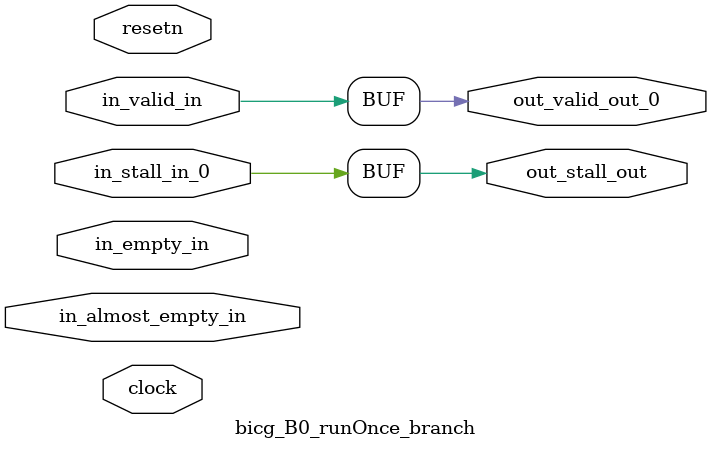
<source format=sv>



(* altera_attribute = "-name AUTO_SHIFT_REGISTER_RECOGNITION OFF; -name MESSAGE_DISABLE 10036; -name MESSAGE_DISABLE 10037; -name MESSAGE_DISABLE 14130; -name MESSAGE_DISABLE 14320; -name MESSAGE_DISABLE 15400; -name MESSAGE_DISABLE 14130; -name MESSAGE_DISABLE 10036; -name MESSAGE_DISABLE 12020; -name MESSAGE_DISABLE 12030; -name MESSAGE_DISABLE 12010; -name MESSAGE_DISABLE 12110; -name MESSAGE_DISABLE 14320; -name MESSAGE_DISABLE 13410; -name MESSAGE_DISABLE 113007; -name MESSAGE_DISABLE 10958" *)
module bicg_B0_runOnce_branch (
    input wire [0:0] in_almost_empty_in,
    input wire [0:0] in_empty_in,
    input wire [0:0] in_stall_in_0,
    input wire [0:0] in_valid_in,
    output wire [0:0] out_stall_out,
    output wire [0:0] out_valid_out_0,
    input wire clock,
    input wire resetn
    );

    reg [0:0] rst_sync_rst_sclrn;


    // out_stall_out(GPOUT,6)
    assign out_stall_out = in_stall_in_0;

    // out_valid_out_0(GPOUT,7)
    assign out_valid_out_0 = in_valid_in;

    // rst_sync(RESETSYNC,8)
    acl_reset_handler #(
        .ASYNC_RESET(0),
        .USE_SYNCHRONIZER(1),
        .PULSE_EXTENSION(0),
        .PIPE_DEPTH(3),
        .DUPLICATE(1)
    ) therst_sync (
        .clk(clock),
        .i_resetn(resetn),
        .o_sclrn(rst_sync_rst_sclrn)
    );

endmodule

</source>
